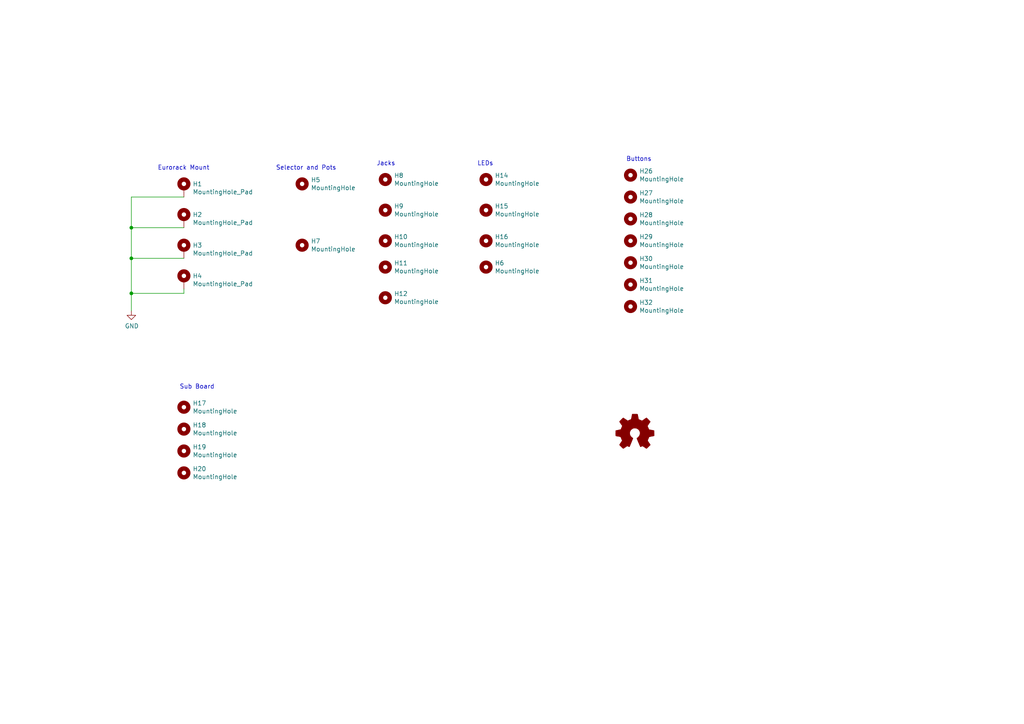
<source format=kicad_sch>
(kicad_sch (version 20211123) (generator eeschema)
  (paper "A4")
  (lib_symbols
    (symbol "Graphic:Logo_Open_Hardware_Small" (pin_names (offset 1.016))
      (symbol "Logo_Open_Hardware_Small_0_1"
        (polyline (pts (xy 3.3528 -4.3434) (xy 3.302 -4.318) (xy 3.175 -4.2418) (xy 2.9972 -4.1148) (xy 2.7686 -3.9624) (xy 2.54 -3.81) (xy 2.3622 -3.7084) (xy 2.2352 -3.6068) (xy 2.1844 -3.5814) (xy 2.159 -3.6068) (xy 2.0574 -3.6576) (xy 1.905 -3.7338) (xy 1.8034 -3.7846) (xy 1.6764 -3.8354) (xy 1.6002 -3.8354) (xy 1.6002 -3.8354) (xy 1.5494 -3.7338) (xy 1.4732 -3.5306) (xy 1.3462 -3.302) (xy 1.2446 -3.0226) (xy 1.1176 -2.7178) (xy 0.9652 -2.413) (xy 0.8636 -2.1082) (xy 0.7366 -1.8288) (xy 0.6604 -1.6256) (xy 0.6096 -1.4732) (xy 0.5842 -1.397) (xy 0.5842 -1.397) (xy 0.6604 -1.3208) (xy 0.7874 -1.2446) (xy 1.0414 -1.016) (xy 1.2954 -0.6858) (xy 1.4478 -0.3302) (xy 1.524 0.0762) (xy 1.4732 0.4572) (xy 1.3208 0.8128) (xy 1.0668 1.143) (xy 0.762 1.3716) (xy 0.4064 1.524) (xy 0 1.5748) (xy -0.381 1.5494) (xy -0.7366 1.397) (xy -1.0668 1.143) (xy -1.2192 0.9906) (xy -1.397 0.6604) (xy -1.524 0.3048) (xy -1.524 0.2286) (xy -1.4986 -0.1778) (xy -1.397 -0.5334) (xy -1.1938 -0.8636) (xy -0.9144 -1.143) (xy -0.8636 -1.1684) (xy -0.7366 -1.27) (xy -0.635 -1.3462) (xy -0.5842 -1.397) (xy -1.0668 -2.5908) (xy -1.143 -2.794) (xy -1.2954 -3.1242) (xy -1.397 -3.4036) (xy -1.4986 -3.6322) (xy -1.5748 -3.7846) (xy -1.6002 -3.8354) (xy -1.6002 -3.8354) (xy -1.651 -3.8354) (xy -1.7272 -3.81) (xy -1.905 -3.7338) (xy -2.0066 -3.683) (xy -2.1336 -3.6068) (xy -2.2098 -3.5814) (xy -2.2606 -3.6068) (xy -2.3622 -3.683) (xy -2.54 -3.81) (xy -2.7686 -3.9624) (xy -2.9718 -4.0894) (xy -3.1496 -4.2164) (xy -3.302 -4.318) (xy -3.3528 -4.3434) (xy -3.3782 -4.3434) (xy -3.429 -4.318) (xy -3.5306 -4.2164) (xy -3.7084 -4.064) (xy -3.937 -3.8354) (xy -3.9624 -3.81) (xy -4.1656 -3.6068) (xy -4.318 -3.4544) (xy -4.4196 -3.3274) (xy -4.445 -3.2766) (xy -4.445 -3.2766) (xy -4.4196 -3.2258) (xy -4.318 -3.0734) (xy -4.2164 -2.8956) (xy -4.064 -2.667) (xy -3.6576 -2.0828) (xy -3.8862 -1.5494) (xy -3.937 -1.3716) (xy -4.0386 -1.1684) (xy -4.0894 -1.0414) (xy -4.1148 -0.9652) (xy -4.191 -0.9398) (xy -4.318 -0.9144) (xy -4.5466 -0.8636) (xy -4.8006 -0.8128) (xy -5.0546 -0.7874) (xy -5.2578 -0.7366) (xy -5.4356 -0.7112) (xy -5.5118 -0.6858) (xy -5.5118 -0.6858) (xy -5.5372 -0.635) (xy -5.5372 -0.5588) (xy -5.5372 -0.4318) (xy -5.5626 -0.2286) (xy -5.5626 0.0762) (xy -5.5626 0.127) (xy -5.5372 0.4064) (xy -5.5372 0.635) (xy -5.5372 0.762) (xy -5.5372 0.8382) (xy -5.5372 0.8382) (xy -5.461 0.8382) (xy -5.3086 0.889) (xy -5.08 0.9144) (xy -4.826 0.9652) (xy -4.8006 0.9906) (xy -4.5466 1.0414) (xy -4.318 1.0668) (xy -4.1656 1.1176) (xy -4.0894 1.143) (xy -4.0894 1.143) (xy -4.0386 1.2446) (xy -3.9624 1.4224) (xy -3.8608 1.6256) (xy -3.7846 1.8288) (xy -3.7084 2.0066) (xy -3.6576 2.159) (xy -3.6322 2.2098) (xy -3.6322 2.2098) (xy -3.683 2.286) (xy -3.7592 2.413) (xy -3.8862 2.5908) (xy -4.064 2.8194) (xy -4.064 2.8448) (xy -4.2164 3.0734) (xy -4.3434 3.2512) (xy -4.4196 3.3782) (xy -4.445 3.4544) (xy -4.445 3.4544) (xy -4.3942 3.5052) (xy -4.2926 3.6322) (xy -4.1148 3.81) (xy -3.937 4.0132) (xy -3.8608 4.064) (xy -3.6576 4.2926) (xy -3.5052 4.4196) (xy -3.4036 4.4958) (xy -3.3528 4.5212) (xy -3.3528 4.5212) (xy -3.302 4.4704) (xy -3.1496 4.3688) (xy -2.9718 4.2418) (xy -2.7432 4.0894) (xy -2.7178 4.0894) (xy -2.4892 3.937) (xy -2.3114 3.81) (xy -2.1844 3.7084) (xy -2.1336 3.683) (xy -2.1082 3.683) (xy -2.032 3.7084) (xy -1.8542 3.7592) (xy -1.6764 3.8354) (xy -1.4732 3.937) (xy -1.27 4.0132) (xy -1.143 4.064) (xy -1.0668 4.1148) (xy -1.0668 4.1148) (xy -1.0414 4.191) (xy -1.016 4.3434) (xy -0.9652 4.572) (xy -0.9144 4.8514) (xy -0.889 4.9022) (xy -0.8382 5.1562) (xy -0.8128 5.3848) (xy -0.7874 5.5372) (xy -0.762 5.588) (xy -0.7112 5.6134) (xy -0.5842 5.6134) (xy -0.4064 5.6134) (xy -0.1524 5.6134) (xy 0.0762 5.6134) (xy 0.3302 5.6134) (xy 0.5334 5.6134) (xy 0.6858 5.588) (xy 0.7366 5.588) (xy 0.7366 5.588) (xy 0.762 5.5118) (xy 0.8128 5.334) (xy 0.8382 5.1054) (xy 0.9144 4.826) (xy 0.9144 4.7752) (xy 0.9652 4.5212) (xy 1.016 4.2926) (xy 1.0414 4.1402) (xy 1.0668 4.0894) (xy 1.0668 4.0894) (xy 1.1938 4.0386) (xy 1.3716 3.9624) (xy 1.5748 3.8608) (xy 2.0828 3.6576) (xy 2.7178 4.0894) (xy 2.7686 4.1402) (xy 2.9972 4.2926) (xy 3.175 4.4196) (xy 3.302 4.4958) (xy 3.3782 4.5212) (xy 3.3782 4.5212) (xy 3.429 4.4704) (xy 3.556 4.3434) (xy 3.7338 4.191) (xy 3.9116 3.9878) (xy 4.064 3.8354) (xy 4.2418 3.6576) (xy 4.3434 3.556) (xy 4.4196 3.4798) (xy 4.4196 3.429) (xy 4.4196 3.4036) (xy 4.3942 3.3274) (xy 4.2926 3.2004) (xy 4.1656 2.9972) (xy 4.0132 2.794) (xy 3.8862 2.5908) (xy 3.7592 2.3876) (xy 3.6576 2.2352) (xy 3.6322 2.159) (xy 3.6322 2.1336) (xy 3.683 2.0066) (xy 3.7592 1.8288) (xy 3.8608 1.6002) (xy 4.064 1.1176) (xy 4.3942 1.0414) (xy 4.5974 1.016) (xy 4.8768 0.9652) (xy 5.1308 0.9144) (xy 5.5372 0.8382) (xy 5.5626 -0.6604) (xy 5.4864 -0.6858) (xy 5.4356 -0.6858) (xy 5.2832 -0.7366) (xy 5.0546 -0.762) (xy 4.8006 -0.8128) (xy 4.5974 -0.8636) (xy 4.3688 -0.9144) (xy 4.2164 -0.9398) (xy 4.1402 -0.9398) (xy 4.1148 -0.9652) (xy 4.064 -1.0668) (xy 3.9878 -1.2446) (xy 3.9116 -1.4478) (xy 3.81 -1.651) (xy 3.7338 -1.8542) (xy 3.683 -2.0066) (xy 3.6576 -2.0828) (xy 3.683 -2.1336) (xy 3.7846 -2.2606) (xy 3.8862 -2.4638) (xy 4.0386 -2.667) (xy 4.191 -2.8956) (xy 4.318 -3.0734) (xy 4.3942 -3.2004) (xy 4.445 -3.2766) (xy 4.4196 -3.3274) (xy 4.3434 -3.429) (xy 4.1656 -3.5814) (xy 3.937 -3.8354) (xy 3.8862 -3.8608) (xy 3.683 -4.064) (xy 3.5306 -4.2164) (xy 3.4036 -4.318) (xy 3.3528 -4.3434)) (fill (type outline)))
      )
    )
    (symbol "Mechanical:MountingHole" (pin_names (offset 1.016))
      (property "Reference" "H" (at 0 5.08 0))
      (property "Value" "MountingHole" (at 0 3.175 0))
      (symbol "MountingHole_0_1"
        (circle (center 0 0) (radius 1.27) (stroke (width 1.27)))
      )
    )
    (symbol "Mechanical:MountingHole_Pad" (pin_numbers hide) (pin_names (offset 1.016) hide)
      (property "Reference" "H" (at 0 6.35 0))
      (property "Value" "MountingHole_Pad" (at 0 4.445 0))
      (symbol "MountingHole_Pad_0_1"
        (circle (center 0 1.27) (radius 1.27) (stroke (width 1.27)))
      )
      (symbol "MountingHole_Pad_1_1"
        (pin input line (at 0 -2.54 90) (length 2.54) (name "1") (number "1"))
      )
    )
    (symbol "power:GND" (power) (pin_names (offset 0))
      (property "Value" "GND" (at 0 -3.81 0))
      (symbol "GND_0_1"
        (polyline (pts (xy 0 0) (xy 0 -1.27) (xy 1.27 -1.27) (xy 0 -2.54) (xy -1.27 -1.27) (xy 0 -1.27)))
      )
      (symbol "GND_1_1"
        (pin power_in line (at 0 0 270) (length 0) hide (name "GND") (number "1"))
      )
    )
  )
  (junction (at 38.1 66.04))
  (junction (at 38.1 85.09))
  (junction (at 38.1 74.93))
  (wire (pts (xy 53.34 85.09) (xy 38.1 85.09)))
  (wire (pts (xy 38.1 66.04) (xy 53.34 66.04)))
  (wire (pts (xy 38.1 74.93) (xy 53.34 74.93)))
  (wire (pts (xy 38.1 74.93) (xy 38.1 66.04)))
  (wire (pts (xy 38.1 57.15) (xy 53.34 57.15)))
  (wire (pts (xy 38.1 66.04) (xy 38.1 57.15)))
  (wire (pts (xy 38.1 85.09) (xy 38.1 74.93)))
  (wire (pts (xy 53.34 85.09) (xy 53.34 83.82)))
  (wire (pts (xy 38.1 90.17) (xy 38.1 85.09)))
  (text "Selector and Pots" (at 80.01 49.53 0) (effects (font (size 1.27 1.27)) (justify left bottom)))
  (text "Eurorack Mount" (at 45.72 49.53 0) (effects (font (size 1.27 1.27)) (justify left bottom)))
  (text "Buttons" (at 181.61 46.99 0) (effects (font (size 1.27 1.27)) (justify left bottom)))
  (text "Sub Board" (at 52.07 113.03 0) (effects (font (size 1.27 1.27)) (justify left bottom)))
  (text "LEDs" (at 138.43 48.26 0) (effects (font (size 1.27 1.27)) (justify left bottom)))
  (text "Jacks" (at 109.22 48.26 0) (effects (font (size 1.27 1.27)) (justify left bottom)))
  (symbol (lib_id "Mechanical:MountingHole_Pad") (at 53.34 54.61 0) (unit 1)
    (property "Reference" "H1" (at 55.88 53.3654 0) (effects (justify left)))
    (property "Value" "MountingHole_Pad" (at 55.88 55.6768 0) (effects (justify left)))
    (property "Footprint" "panel:MountingHole_3.2mm_M3_SmPad" (effects hide))
  )
  (symbol (lib_id "Mechanical:MountingHole_Pad") (at 53.34 63.5 0) (unit 1)
    (property "Reference" "H2" (at 55.88 62.2554 0) (effects (justify left)))
    (property "Value" "MountingHole_Pad" (at 55.88 64.5668 0) (effects (justify left)))
    (property "Footprint" "panel:MountingHole_3.2mm_M3_SmPad" (effects hide))
  )
  (symbol (lib_id "Mechanical:MountingHole_Pad") (at 53.34 72.39 0) (unit 1)
    (property "Reference" "H3" (at 55.88 71.1454 0) (effects (justify left)))
    (property "Value" "MountingHole_Pad" (at 55.88 73.4568 0) (effects (justify left)))
    (property "Footprint" "panel:MountingHole_3.2mm_M3_SmPad" (effects hide))
  )
  (symbol (lib_id "Mechanical:MountingHole_Pad") (at 53.34 81.28 0) (unit 1)
    (property "Reference" "H4" (at 55.88 80.0354 0) (effects (justify left)))
    (property "Value" "MountingHole_Pad" (at 55.88 82.3468 0) (effects (justify left)))
    (property "Footprint" "panel:MountingHole_3.2mm_M3_SmPad" (effects hide))
  )
  (symbol (lib_id "Mechanical:MountingHole") (at 87.63 53.34 0) (unit 1)
    (property "Reference" "H5" (at 90.17 52.1716 0) (effects (justify left)))
    (property "Value" "MountingHole" (at 90.17 54.483 0) (effects (justify left)))
    (property "Footprint" "MountingHole:MountingHole_6.4mm_M6_DIN965" (effects hide))
  )
  (symbol (lib_id "Mechanical:MountingHole") (at 87.63 71.12 0) (unit 1)
    (property "Reference" "H7" (at 90.17 69.9516 0) (effects (justify left)))
    (property "Value" "MountingHole" (at 90.17 72.263 0) (effects (justify left)))
    (property "Footprint" "MountingHole:MountingHole_6.4mm_M6_DIN965" (effects hide))
  )
  (symbol (lib_id "Mechanical:MountingHole") (at 111.76 52.07 0) (unit 1)
    (property "Reference" "H8" (at 114.3 50.9016 0) (effects (justify left)))
    (property "Value" "MountingHole" (at 114.3 53.213 0) (effects (justify left)))
    (property "Footprint" "panel:MountingHole_MolexJack" (effects hide))
  )
  (symbol (lib_id "Mechanical:MountingHole") (at 111.76 60.96 0) (unit 1)
    (property "Reference" "H9" (at 114.3 59.7916 0) (effects (justify left)))
    (property "Value" "MountingHole" (at 114.3 62.103 0) (effects (justify left)))
    (property "Footprint" "panel:MountingHole_MolexJack" (effects hide))
  )
  (symbol (lib_id "Mechanical:MountingHole") (at 111.76 69.85 0) (unit 1)
    (property "Reference" "H10" (at 114.3 68.6816 0) (effects (justify left)))
    (property "Value" "MountingHole" (at 114.3 70.993 0) (effects (justify left)))
    (property "Footprint" "panel:MountingHole_MolexJack" (effects hide))
  )
  (symbol (lib_id "Mechanical:MountingHole") (at 111.76 77.47 0) (unit 1)
    (property "Reference" "H11" (at 114.3 76.3016 0) (effects (justify left)))
    (property "Value" "MountingHole" (at 114.3 78.613 0) (effects (justify left)))
    (property "Footprint" "panel:MountingHole_MolexJack" (effects hide))
  )
  (symbol (lib_id "Mechanical:MountingHole") (at 111.76 86.36 0) (unit 1)
    (property "Reference" "H12" (at 114.3 85.1916 0) (effects (justify left)))
    (property "Value" "MountingHole" (at 114.3 87.503 0) (effects (justify left)))
    (property "Footprint" "panel:MountingHole_MolexJack" (effects hide))
  )
  (symbol (lib_id "Mechanical:MountingHole") (at 140.97 52.07 0) (unit 1)
    (property "Reference" "H14" (at 143.51 50.9016 0) (effects (justify left)))
    (property "Value" "MountingHole" (at 143.51 53.213 0) (effects (justify left)))
    (property "Footprint" "MountingHole:MountingHole_3.2mm_M3_DIN965" (effects hide))
  )
  (symbol (lib_id "Mechanical:MountingHole") (at 140.97 60.96 0) (unit 1)
    (property "Reference" "H15" (at 143.51 59.7916 0) (effects (justify left)))
    (property "Value" "MountingHole" (at 143.51 62.103 0) (effects (justify left)))
    (property "Footprint" "MountingHole:MountingHole_3.2mm_M3_DIN965" (effects hide))
  )
  (symbol (lib_id "Mechanical:MountingHole") (at 140.97 69.85 0) (unit 1)
    (property "Reference" "H16" (at 143.51 68.6816 0) (effects (justify left)))
    (property "Value" "MountingHole" (at 143.51 70.993 0) (effects (justify left)))
    (property "Footprint" "MountingHole:MountingHole_3.2mm_M3_DIN965" (effects hide))
  )
  (symbol (lib_id "Mechanical:MountingHole") (at 53.34 118.11 0) (unit 1)
    (property "Reference" "H17" (at 55.88 116.9416 0) (effects (justify left)))
    (property "Value" "MountingHole" (at 55.88 119.253 0) (effects (justify left)))
    (property "Footprint" "MountingHole:MountingHole_2.5mm" (effects hide))
  )
  (symbol (lib_id "Mechanical:MountingHole") (at 53.34 124.46 0) (unit 1)
    (property "Reference" "H18" (at 55.88 123.2916 0) (effects (justify left)))
    (property "Value" "MountingHole" (at 55.88 125.603 0) (effects (justify left)))
    (property "Footprint" "MountingHole:MountingHole_2.5mm" (effects hide))
  )
  (symbol (lib_id "Mechanical:MountingHole") (at 53.34 130.81 0) (unit 1)
    (property "Reference" "H19" (at 55.88 129.6416 0) (effects (justify left)))
    (property "Value" "MountingHole" (at 55.88 131.953 0) (effects (justify left)))
    (property "Footprint" "MountingHole:MountingHole_2.5mm" (effects hide))
  )
  (symbol (lib_id "Mechanical:MountingHole") (at 53.34 137.16 0) (unit 1)
    (property "Reference" "H20" (at 55.88 135.9916 0) (effects (justify left)))
    (property "Value" "MountingHole" (at 55.88 138.303 0) (effects (justify left)))
    (property "Footprint" "MountingHole:MountingHole_2.5mm" (effects hide))
  )
  (symbol (lib_id "power:GND") (at 38.1 90.17 0) (unit 1)
    (property "Reference" "#PWR01" (effects hide))
    (property "Value" "GND" (at 38.227 94.5642 0))
  )
  (symbol (lib_id "Mechanical:MountingHole") (at 182.88 50.8 0) (unit 1)
    (property "Reference" "H26" (at 185.42 49.6316 0) (effects (justify left)))
    (property "Value" "MountingHole" (at 185.42 51.943 0) (effects (justify left)))
    (property "Footprint" "MountingHole:MountingHole_3.7mm" (effects hide))
  )
  (symbol (lib_id "Mechanical:MountingHole") (at 182.88 57.15 0) (unit 1)
    (property "Reference" "H27" (at 185.42 55.9816 0) (effects (justify left)))
    (property "Value" "MountingHole" (at 185.42 58.293 0) (effects (justify left)))
    (property "Footprint" "MountingHole:MountingHole_3.7mm" (effects hide))
  )
  (symbol (lib_id "Mechanical:MountingHole") (at 182.88 63.5 0) (unit 1)
    (property "Reference" "H28" (at 185.42 62.3316 0) (effects (justify left)))
    (property "Value" "MountingHole" (at 185.42 64.643 0) (effects (justify left)))
    (property "Footprint" "MountingHole:MountingHole_3.7mm" (effects hide))
  )
  (symbol (lib_id "Mechanical:MountingHole") (at 182.88 69.85 0) (unit 1)
    (property "Reference" "H29" (at 185.42 68.6816 0) (effects (justify left)))
    (property "Value" "MountingHole" (at 185.42 70.993 0) (effects (justify left)))
    (property "Footprint" "MountingHole:MountingHole_3.7mm" (effects hide))
  )
  (symbol (lib_id "Mechanical:MountingHole") (at 182.88 76.2 0) (unit 1)
    (property "Reference" "H30" (at 185.42 75.0316 0) (effects (justify left)))
    (property "Value" "MountingHole" (at 185.42 77.343 0) (effects (justify left)))
    (property "Footprint" "MountingHole:MountingHole_3.7mm" (effects hide))
  )
  (symbol (lib_id "Mechanical:MountingHole") (at 182.88 82.55 0) (unit 1)
    (property "Reference" "H31" (at 185.42 81.3816 0) (effects (justify left)))
    (property "Value" "MountingHole" (at 185.42 83.693 0) (effects (justify left)))
    (property "Footprint" "MountingHole:MountingHole_3.7mm" (effects hide))
  )
  (symbol (lib_id "Mechanical:MountingHole") (at 182.88 88.9 0) (unit 1)
    (property "Reference" "H32" (at 185.42 87.7316 0) (effects (justify left)))
    (property "Value" "MountingHole" (at 185.42 90.043 0) (effects (justify left)))
    (property "Footprint" "MountingHole:MountingHole_3.7mm" (effects hide))
  )
  (symbol (lib_id "Graphic:Logo_Open_Hardware_Small") (at 184.15 125.73 0) (unit 1)
    (property "Reference" "#LOGO1" (effects hide))
    (property "Value" "Logo_Open_Hardware_Small" (effects hide))
  )
  (symbol (lib_id "Mechanical:MountingHole") (at 140.97 77.47 0) (unit 1)
    (property "Reference" "H6" (at 143.51 76.3016 0) (effects (justify left)))
    (property "Value" "MountingHole" (at 143.51 78.613 0) (effects (justify left)))
    (property "Footprint" "MountingHole:MountingHole_3.2mm_M3_DIN965" (effects hide))
  )
)
</source>
